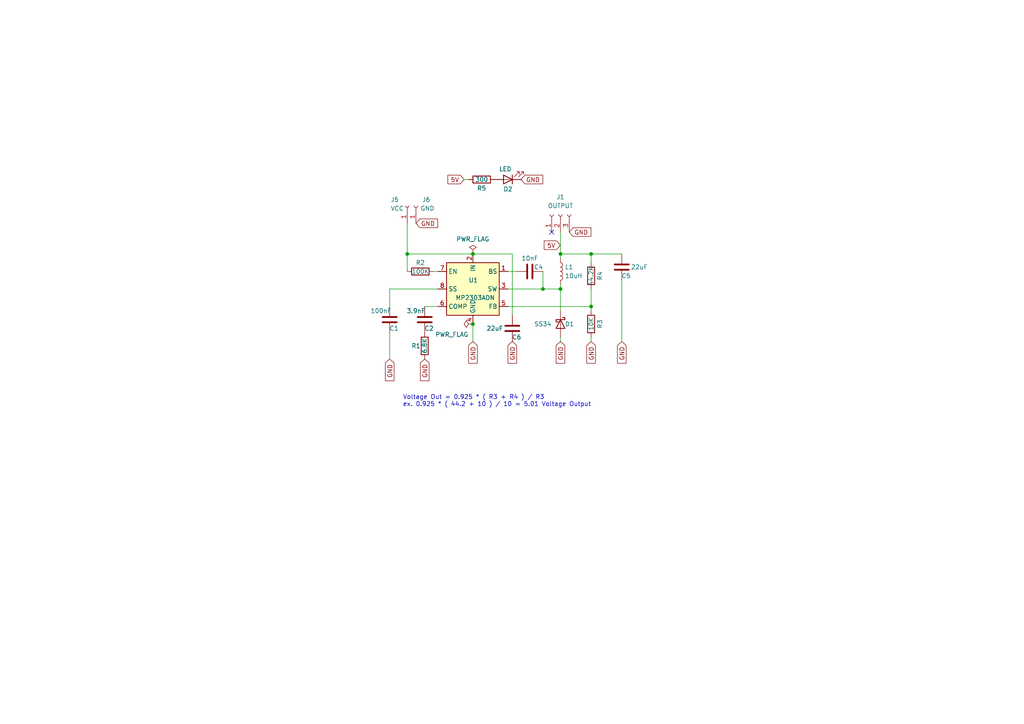
<source format=kicad_sch>
(kicad_sch (version 20231120) (generator "eeschema") (generator_version "8.0")
  (paper "A4")
  (title_block (title "Noah BEC") (rev "1"))
  (lib_symbols
    (symbol "Connector:Conn_01x01_Socket" (pin_names (offset 1.016) hide)
      (property "Reference" "J" (at 0 2.54 0))
      (property "Value" "Conn_01x01_Socket" (at 0 -2.54 0))
      (symbol "Conn_01x01_Socket_1_1"
        (polyline (pts (xy -1.27 0) (xy -0.508 0)) (stroke (width 0.1524)))
        (arc (start 0 0.508) (mid -0.5058 0) (end 0 -0.508) (stroke (width 0.1524)))
        (pin passive line (at -5.08 0 0) (length 3.81) (name "Pin_1") (number "1"))
      )
    )
    (symbol "Connector:Conn_01x03_Socket" (pin_names (offset 1.016) hide)
      (property "Reference" "J" (at 0 5.08 0))
      (property "Value" "Conn_01x03_Socket" (at 0 -5.08 0))
      (symbol "Conn_01x03_Socket_1_1"
        (arc (start 0 -2.032) (mid -0.5058 -2.54) (end 0 -3.048) (stroke (width 0.1524)))
        (polyline (pts (xy -1.27 -2.54) (xy -0.508 -2.54)) (stroke (width 0.1524)))
        (polyline (pts (xy -1.27 0) (xy -0.508 0)) (stroke (width 0.1524)))
        (polyline (pts (xy -1.27 2.54) (xy -0.508 2.54)) (stroke (width 0.1524)))
        (arc (start 0 0.508) (mid -0.5058 0) (end 0 -0.508) (stroke (width 0.1524)))
        (arc (start 0 3.048) (mid -0.5058 2.54) (end 0 2.032) (stroke (width 0.1524)))
        (pin passive line (at -5.08 2.54 0) (length 3.81) (name "Pin_1") (number "1"))
        (pin passive line (at -5.08 0 0) (length 3.81) (name "Pin_2") (number "2"))
        (pin passive line (at -5.08 -2.54 0) (length 3.81) (name "Pin_3") (number "3"))
      )
    )
    (symbol "Device:C" (pin_numbers hide) (pin_names (offset 0.254))
      (property "Reference" "C" (at 0.635 2.54 0))
      (property "Value" "C" (at 0.635 -2.54 0))
      (symbol "C_0_1"
        (polyline (pts (xy -2.032 -0.762) (xy 2.032 -0.762)) (stroke (width 0.508)))
        (polyline (pts (xy -2.032 0.762) (xy 2.032 0.762)) (stroke (width 0.508)))
      )
      (symbol "C_1_1"
        (pin passive line (at 0 3.81 270) (length 2.794) (name "~") (number "1"))
        (pin passive line (at 0 -3.81 90) (length 2.794) (name "~") (number "2"))
      )
    )
    (symbol "Device:L" (pin_numbers hide) (pin_names (offset 1.016) hide)
      (property "Reference" "L" (at -1.27 0 90))
      (property "Value" "L" (at 1.905 0 90))
      (symbol "L_0_1"
        (arc (start 0 -2.54) (mid 0.6323 -1.905) (end 0 -1.27))
        (arc (start 0 -1.27) (mid 0.6323 -0.635) (end 0 0))
        (arc (start 0 0) (mid 0.6323 0.635) (end 0 1.27))
        (arc (start 0 1.27) (mid 0.6323 1.905) (end 0 2.54))
      )
      (symbol "L_1_1"
        (pin passive line (at 0 3.81 270) (length 1.27) (name "1") (number "1"))
        (pin passive line (at 0 -3.81 90) (length 1.27) (name "2") (number "2"))
      )
    )
    (symbol "Device:LED" (pin_numbers hide) (pin_names (offset 1.016) hide)
      (property "Reference" "D" (at 0 2.54 0))
      (property "Value" "LED" (at 0 -2.54 0))
      (symbol "LED_0_1"
        (polyline (pts (xy -1.27 -1.27) (xy -1.27 1.27)) (stroke (width 0.254)))
        (polyline (pts (xy -1.27 0) (xy 1.27 0)))
        (polyline (pts (xy 1.27 -1.27) (xy 1.27 1.27) (xy -1.27 0) (xy 1.27 -1.27)) (stroke (width 0.254)))
        (polyline (pts (xy -3.048 -0.762) (xy -4.572 -2.286) (xy -3.81 -2.286) (xy -4.572 -2.286) (xy -4.572 -1.524)))
        (polyline (pts (xy -1.778 -0.762) (xy -3.302 -2.286) (xy -2.54 -2.286) (xy -3.302 -2.286) (xy -3.302 -1.524)))
      )
      (symbol "LED_1_1"
        (pin passive line (at -3.81 0 0) (length 2.54) (name "K") (number "1"))
        (pin passive line (at 3.81 0 180) (length 2.54) (name "A") (number "2"))
      )
    )
    (symbol "Device:R" (pin_numbers hide) (pin_names (offset 0))
      (property "Reference" "R" (at 2.032 0 90))
      (property "Value" "R" (at 0 0 90))
      (symbol "R_0_1"
        (rectangle (start -1.016 -2.54) (end 1.016 2.54) (stroke (width 0.254)))
      )
      (symbol "R_1_1"
        (pin passive line (at 0 3.81 270) (length 1.27) (name "~") (number "1"))
        (pin passive line (at 0 -3.81 90) (length 1.27) (name "~") (number "2"))
      )
    )
    (symbol "Diode:1N5822" (pin_numbers hide) (pin_names (offset 1.016) hide)
      (property "Reference" "D" (at 0 2.54 0))
      (property "Value" "1N5822" (at 0 -2.54 0))
      (symbol "1N5822_0_1"
        (polyline (pts (xy 1.27 0) (xy -1.27 0)))
        (polyline (pts (xy 1.27 1.27) (xy 1.27 -1.27) (xy -1.27 0) (xy 1.27 1.27)) (stroke (width 0.254)))
        (polyline (pts (xy -1.905 0.635) (xy -1.905 1.27) (xy -1.27 1.27) (xy -1.27 -1.27) (xy -0.635 -1.27) (xy -0.635 -0.635)) (stroke (width 0.254)))
      )
      (symbol "1N5822_1_1"
        (pin passive line (at -3.81 0 0) (length 2.54) (name "K") (number "1"))
        (pin passive line (at 3.81 0 180) (length 2.54) (name "A") (number "2"))
      )
    )
    (symbol "Regulator_Switching:MP2303ADN"
      (property "Reference" "U" (at -7.366 8.636 0))
      (property "Value" "MP2303ADN" (at 7.62 8.89 0))
      (symbol "MP2303ADN_0_1"
        (rectangle (start -7.62 7.62) (end 7.62 -7.62) (stroke (width 0.254)) (fill (type background)))
      )
      (symbol "MP2303ADN_1_1"
        (pin passive line (at 10.16 5.08 180) (length 2.54) (name "BS") (number "1"))
        (pin power_in line (at 0 10.16 270) (length 2.54) (name "IN") (number "2"))
        (pin output line (at 10.16 0 180) (length 2.54) (name "SW") (number "3"))
        (pin power_in line (at 0 -10.16 90) (length 2.54) (name "GND") (number "4"))
        (pin input line (at 10.16 -5.08 180) (length 2.54) (name "FB") (number "5"))
        (pin passive line (at -10.16 -5.08 0) (length 2.54) (name "COMP") (number "6"))
        (pin input line (at -10.16 5.08 0) (length 2.54) (name "EN") (number "7"))
        (pin input line (at -10.16 0 0) (length 2.54) (name "SS") (number "8"))
      )
    )
    (symbol "power:PWR_FLAG" (power) (pin_numbers hide) (pin_names (offset 0) hide)
      (property "Value" "PWR_FLAG" (at 0 3.81 0))
      (symbol "PWR_FLAG_0_0"
        (pin power_out line (at 0 0 90) (length 0) (name "~") (number "1"))
      )
      (symbol "PWR_FLAG_0_1"
        (polyline (pts (xy 0 0) (xy 0 1.27) (xy -1.016 1.905) (xy 0 2.54) (xy 1.016 1.905) (xy 0 1.27)))
      )
    )
  )
  (junction (at 137.16 73.66))
  (junction (at 171.45 73.66))
  (junction (at 162.56 73.66))
  (junction (at 157.48 83.82))
  (junction (at 118.11 73.66))
  (junction (at 171.45 88.9))
  (junction (at 137.16 93.98))
  (junction (at 162.56 83.82))
  (no_connect (at 160.02 67.31))
  (wire (pts (xy 118.11 73.66) (xy 137.16 73.66)))
  (wire (pts (xy 162.56 83.82) (xy 162.56 90.17)))
  (wire (pts (xy 118.11 64.77) (xy 118.11 73.66)))
  (wire (pts (xy 134.62 52.07) (xy 135.89 52.07)))
  (wire (pts (xy 171.45 99.06) (xy 171.45 97.79)))
  (wire (pts (xy 137.16 93.98) (xy 137.16 99.06)))
  (wire (pts (xy 157.48 83.82) (xy 162.56 83.82)))
  (wire (pts (xy 162.56 82.55) (xy 162.56 83.82)))
  (wire (pts (xy 171.45 88.9) (xy 171.45 83.82)))
  (wire (pts (xy 147.32 83.82) (xy 157.48 83.82)))
  (wire (pts (xy 149.86 78.74) (xy 147.32 78.74)))
  (wire (pts (xy 162.56 99.06) (xy 162.56 97.79)))
  (wire (pts (xy 171.45 76.2) (xy 171.45 73.66)))
  (wire (pts (xy 125.73 78.74) (xy 127 78.74)))
  (wire (pts (xy 171.45 90.17) (xy 171.45 88.9)))
  (wire (pts (xy 157.48 78.74) (xy 157.48 83.82)))
  (wire (pts (xy 118.11 73.66) (xy 118.11 78.74)))
  (wire (pts (xy 148.59 73.66) (xy 137.16 73.66)))
  (wire (pts (xy 113.03 96.52) (xy 113.03 104.14)))
  (wire (pts (xy 127 88.9) (xy 123.19 88.9)))
  (wire (pts (xy 147.32 88.9) (xy 171.45 88.9)))
  (wire (pts (xy 180.34 99.06) (xy 180.34 81.28)))
  (wire (pts (xy 162.56 67.31) (xy 162.56 73.66)))
  (wire (pts (xy 171.45 73.66) (xy 162.56 73.66)))
  (wire (pts (xy 162.56 73.66) (xy 162.56 74.93)))
  (wire (pts (xy 113.03 83.82) (xy 127 83.82)))
  (wire (pts (xy 171.45 73.66) (xy 180.34 73.66)))
  (wire (pts (xy 148.59 73.66) (xy 148.59 91.44)))
  (wire (pts (xy 113.03 88.9) (xy 113.03 83.82)))
  (text "Voltage Out = 0.925 * ( R3 + R4 ) / R3\nex. 0.925 * ( 44.2 + 10 ) / 10 = 5.01 Voltage Output" (at 116.84 118.11 0) (effects (font (size 1.27 1.27)) (justify left bottom)))
  (global_label "GND" (shape input) (at 162.56 99.06 270) (property "Intersheetrefs" "${INTERSHEET_REFS}" (effects (hide yes))))
  (global_label "GND" (shape input) (at 151.13 52.07 0) (property "Intersheetrefs" "${INTERSHEET_REFS}" (effects (hide yes))))
  (global_label "5V" (shape input) (at 134.62 52.07 180) (property "Intersheetrefs" "${INTERSHEET_REFS}" (effects (hide yes))))
  (global_label "GND" (shape input) (at 148.59 99.06 270) (property "Intersheetrefs" "${INTERSHEET_REFS}" (effects (hide yes))))
  (global_label "GND" (shape input) (at 180.34 99.06 270) (property "Intersheetrefs" "${INTERSHEET_REFS}" (effects (hide yes))))
  (global_label "GND" (shape input) (at 123.19 104.14 270) (property "Intersheetrefs" "${INTERSHEET_REFS}" (effects (hide yes))))
  (global_label "GND" (shape input) (at 120.65 64.77 0) (property "Intersheetrefs" "${INTERSHEET_REFS}" (effects (hide yes))))
  (global_label "GND" (shape input) (at 171.45 99.06 270) (property "Intersheetrefs" "${INTERSHEET_REFS}" (effects (hide yes))))
  (global_label "GND" (shape input) (at 113.03 104.14 270) (property "Intersheetrefs" "${INTERSHEET_REFS}" (effects (hide yes))))
  (global_label "GND" (shape input) (at 137.16 99.06 270) (property "Intersheetrefs" "${INTERSHEET_REFS}" (effects (hide yes))))
  (global_label "5V" (shape input) (at 162.56 71.12 180) (property "Intersheetrefs" "${INTERSHEET_REFS}" (effects (hide yes))))
  (global_label "GND" (shape input) (at 165.1 67.31 0) (property "Intersheetrefs" "${INTERSHEET_REFS}" (effects (hide yes))))
  (symbol (lib_id "Diode:1N5822") (at 162.56 93.98 270) (unit 1)
    (property "Reference" "D1" (at 163.83 93.98 90) (effects (justify left)))
    (property "Value" "SS34" (at 154.94 93.98 90) (effects (justify left)))
    (property "Footprint" "Diode_SMD:Nexperia_CFP3_SOD-123W" (effects (hide yes)))
    (property "Datasheet" "http://www.vishay.com/docs/88526/1n5820.pdf" (effects (hide yes)))
    (property "Description" "40V 3A Schottky Barrier Rectifier Diode, DO-201AD" (effects (hide yes)))
  )
  (symbol (lib_id "Regulator_Switching:MP2303ADN") (at 137.16 83.82 0) (unit 1)
    (property "Reference" "U1" (at 135.89 81.28 0) (effects (justify left)))
    (property "Value" "MP2303ADN" (at 132.08 86.36 0) (effects (justify left)))
    (property "Footprint" "Package_SO:SOIC-8_3.9x4.9mm_P1.27mm" (effects (hide yes)))
    (property "Datasheet" "https://www.monolithicpower.com/pub/media/document/MP2303A_r1.1.pdf" (effects (hide yes)))
    (property "Description" "Synchronous Rectified 3A, 28V, 360kHz Step-Down Converter, SOIC-8" (effects (hide yes)))
  )
  (symbol (lib_id "Device:R") (at 171.45 93.98 180) (unit 1)
    (property "Reference" "R3" (at 173.99 93.98 90))
    (property "Value" "10K" (at 171.45 93.98 90))
    (property "Footprint" "Resistor_SMD:R_0805_2012Metric" (effects (hide yes)))
    (property "Description" "Resistor" (effects (hide yes)))
  )
  (symbol (lib_id "Device:R") (at 121.92 78.74 90) (unit 1)
    (property "Reference" "R2" (at 121.92 76.2 90))
    (property "Value" "100K" (at 121.92 78.74 90))
    (property "Footprint" "Resistor_SMD:R_0805_2012Metric" (effects (hide yes)))
    (property "Description" "Resistor" (effects (hide yes)))
  )
  (symbol (lib_id "Device:L") (at 162.56 78.74 0) (unit 1)
    (property "Reference" "L1" (at 163.83 77.4699 0) (effects (justify left)))
    (property "Value" "10uH" (at 163.83 80.0099 0) (effects (justify left)))
    (property "Footprint" "Inductor_SMD:L_7.3x7.3_H3.5" (effects (hide yes)))
    (property "Description" "Inductor" (effects (hide yes)))
  )
  (symbol (lib_id "Device:LED") (at 147.32 52.07 180) (unit 1)
    (property "Reference" "D2" (at 147.32 54.864 0))
    (property "Value" "LED" (at 146.558 49.022 0))
    (property "Footprint" "LED_SMD:LED_0805_2012Metric" (effects (hide yes)))
    (property "Description" "Light emitting diode" (effects (hide yes)))
  )
  (symbol (lib_id "Connector:Conn_01x03_Socket") (at 162.56 62.23 90) (unit 1)
    (property "Reference" "J1" (at 162.56 57.15 90))
    (property "Value" "OUTPUT" (at 162.56 59.69 90))
    (property "Footprint" "Connector_PinHeader_2.54mm:PinHeader_1x03_P2.54mm_Vertical" (effects (hide yes)))
    (property "Description" "Generic connector, single row, 01x03, script generated" (effects (hide yes)))
  )
  (symbol (lib_id "power:PWR_FLAG") (at 137.16 73.66 0) (unit 1)
    (property "Reference" "#FLG01" (effects (hide yes)))
    (property "Value" "PWR_FLAG" (at 137.16 69.342 0))
    (property "Description" "Special symbol for telling ERC where power comes from" (effects (hide yes)))
  )
  (symbol (lib_id "Device:R") (at 123.19 100.33 180) (unit 1)
    (property "Reference" "R1" (at 120.65 100.33 0))
    (property "Value" "6.8K" (at 123.19 100.33 90))
    (property "Footprint" "Resistor_SMD:R_0805_2012Metric" (effects (hide yes)))
    (property "Description" "Resistor" (effects (hide yes)))
  )
  (symbol (lib_id "Device:R") (at 139.7 52.07 270) (unit 1)
    (property "Reference" "R5" (at 139.7 54.61 90))
    (property "Value" "300" (at 139.7 52.07 90))
    (property "Footprint" "Resistor_SMD:R_0805_2012Metric" (effects (hide yes)))
    (property "Description" "Resistor" (effects (hide yes)))
  )
  (symbol (lib_id "Connector:Conn_01x01_Socket") (at 118.11 59.69 90) (unit 1)
    (property "Reference" "J5" (at 113.284 57.912 90) (effects (justify right)))
    (property "Value" "VCC" (at 113.284 60.452 90) (effects (justify right)))
    (property "Footprint" "TestPoint:TestPoint_Pad_3.0x3.0mm" (effects (hide yes)))
    (property "Description" "Generic connector, single row, 01x01, script generated" (effects (hide yes)))
  )
  (symbol (lib_id "Device:C") (at 153.67 78.74 270) (unit 1)
    (property "Reference" "C4" (at 156.21 77.47 90))
    (property "Value" "10nF" (at 153.67 74.93 90))
    (property "Footprint" "Capacitor_SMD:C_0805_2012Metric" (effects (hide yes)))
    (property "Description" "Unpolarized capacitor" (effects (hide yes)))
  )
  (symbol (lib_id "power:PWR_FLAG") (at 137.16 93.98 90) (unit 1)
    (property "Reference" "#FLG02" (effects (hide yes)))
    (property "Value" "PWR_FLAG" (at 135.89 97.028 90) (effects (justify left)))
    (property "Description" "Special symbol for telling ERC where power comes from" (effects (hide yes)))
  )
  (symbol (lib_id "Connector:Conn_01x01_Socket") (at 120.65 59.69 90) (unit 1)
    (property "Reference" "J6" (at 122.428 57.912 90) (effects (justify right)))
    (property "Value" "GND" (at 121.92 60.452 90) (effects (justify right)))
    (property "Footprint" "TestPoint:TestPoint_Pad_3.0x3.0mm" (effects (hide yes)))
    (property "Description" "Generic connector, single row, 01x01, script generated" (effects (hide yes)))
  )
  (symbol (lib_id "Device:C") (at 180.34 77.47 180) (unit 1)
    (property "Reference" "C5" (at 181.61 80.01 0))
    (property "Value" "22uF" (at 185.42 77.47 0))
    (property "Footprint" "Capacitor_SMD:C_0805_2012Metric" (effects (hide yes)))
    (property "Description" "Unpolarized capacitor" (effects (hide yes)))
  )
  (symbol (lib_id "Device:R") (at 171.45 80.01 0) (unit 1)
    (property "Reference" "R4" (at 173.99 80.01 90))
    (property "Value" "44.2K" (at 171.45 80.01 90))
    (property "Footprint" "Resistor_SMD:R_0805_2012Metric" (effects (hide yes)))
    (property "Description" "Resistor" (effects (hide yes)))
  )
  (symbol (lib_id "Device:C") (at 148.59 95.25 180) (unit 1)
    (property "Reference" "C6" (at 149.86 97.79 0))
    (property "Value" "22uF" (at 143.51 95.25 0))
    (property "Footprint" "Capacitor_SMD:C_0805_2012Metric" (effects (hide yes)))
    (property "Description" "Unpolarized capacitor" (effects (hide yes)))
  )
  (symbol (lib_id "Device:C") (at 113.03 92.71 180) (unit 1)
    (property "Reference" "C1" (at 114.3 95.25 0))
    (property "Value" "100nF" (at 110.49 90.17 0))
    (property "Footprint" "Capacitor_SMD:C_0805_2012Metric" (effects (hide yes)))
    (property "Description" "Unpolarized capacitor" (effects (hide yes)))
  )
  (symbol (lib_id "Device:C") (at 123.19 92.71 180) (unit 1)
    (property "Reference" "C2" (at 124.46 95.25 0))
    (property "Value" "3.9nF" (at 120.65 90.17 0))
    (property "Footprint" "Capacitor_SMD:C_0805_2012Metric" (effects (hide yes)))
    (property "Description" "Unpolarized capacitor" (effects (hide yes)))
  )
)
</source>
